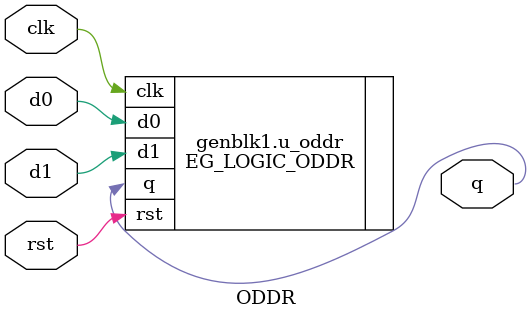
<source format=v>
`timescale 1ns / 1ps
module ODDR (
        q,
        clk,
        d1,
        d0,
        rst
);
output           q;
input            clk;
input            d1;
input            d0;
input            rst;
parameter ASYNCRST      = "ENABLE";     //ENABLE, DISABLE
parameter DEVICE 		= "EG4";//"PH1" "EG4" "PH1A400"

generate 
if(DEVICE == "EG4")
begin
	EG_LOGIC_ODDR#(
		.ASYNCRST(ASYNCRST)
	) 
	u_oddr
	(
		.q	(q	),
		.clk(clk),
		.d1	(d1	),
		.d0	(d0	),
		.rst(rst)
	);	
end
else if(DEVICE == "PH1" )
begin
	PH1_LOGIC_ODDR#(
		.ASYNCRST(ASYNCRST)
	) 
	u_oddr
	(
		.q	(q	),
		.clk(clk),
		.d1	(d1	),
		.d0	(d0	),
		.rst(rst)
	);		
end
endgenerate

endmodule
</source>
